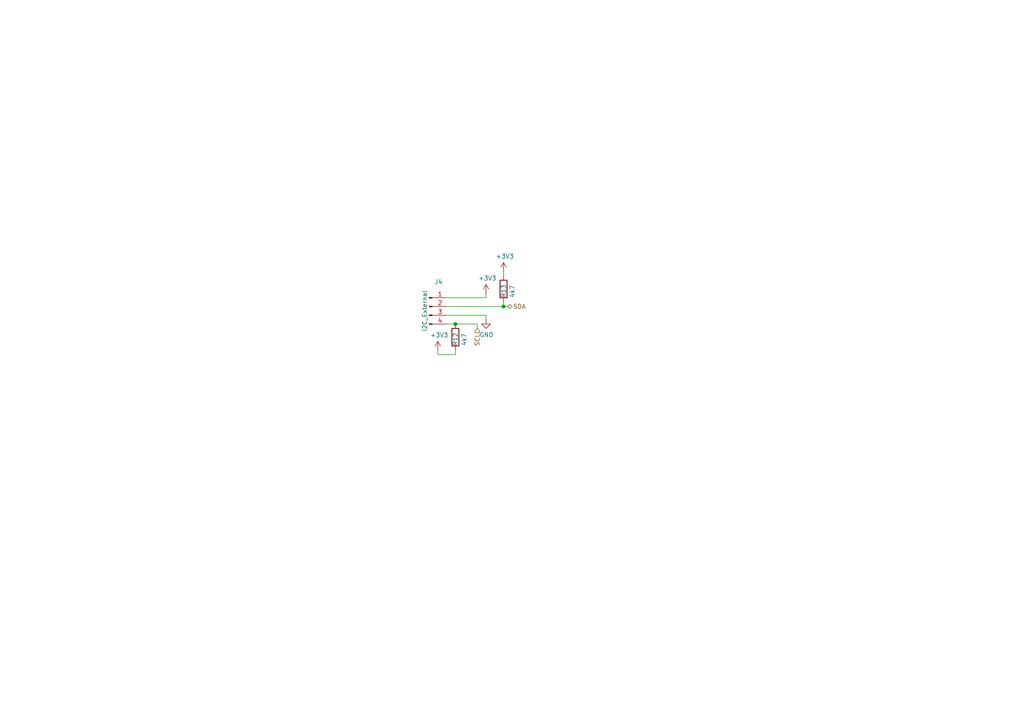
<source format=kicad_sch>
(kicad_sch (version 20211123) (generator eeschema)
  (paper "A4")
  (lib_symbols
    (symbol "Connector:Conn_01x04_Male" (pin_names (offset 1.016) hide)
      (property "Reference" "J" (at 0 5.08 0))
      (property "Value" "Conn_01x04_Male" (at 0 -7.62 0))
      (symbol "Conn_01x04_Male_1_1"
        (polyline (pts (xy 1.27 -5.08) (xy 0.8636 -5.08)) (stroke (width 0.1524)))
        (polyline (pts (xy 1.27 -2.54) (xy 0.8636 -2.54)) (stroke (width 0.1524)))
        (polyline (pts (xy 1.27 0) (xy 0.8636 0)) (stroke (width 0.1524)))
        (polyline (pts (xy 1.27 2.54) (xy 0.8636 2.54)) (stroke (width 0.1524)))
        (rectangle (start 0.8636 -4.953) (end 0 -5.207) (stroke (width 0.1524)) (fill (type outline)))
        (rectangle (start 0.8636 -2.413) (end 0 -2.667) (stroke (width 0.1524)) (fill (type outline)))
        (rectangle (start 0.8636 0.127) (end 0 -0.127) (stroke (width 0.1524)) (fill (type outline)))
        (rectangle (start 0.8636 2.667) (end 0 2.413) (stroke (width 0.1524)) (fill (type outline)))
        (pin passive line (at 5.08 2.54 180) (length 3.81) (name "Pin_1") (number "1"))
        (pin passive line (at 5.08 0 180) (length 3.81) (name "Pin_2") (number "2"))
        (pin passive line (at 5.08 -2.54 180) (length 3.81) (name "Pin_3") (number "3"))
        (pin passive line (at 5.08 -5.08 180) (length 3.81) (name "Pin_4") (number "4"))
      )
    )
    (symbol "Device:R" (pin_numbers hide) (pin_names (offset 0))
      (property "Reference" "R" (at 2.032 0 90))
      (property "Value" "R" (at 0 0 90))
      (symbol "R_0_1"
        (rectangle (start -1.016 -2.54) (end 1.016 2.54) (stroke (width 0.254)))
      )
      (symbol "R_1_1"
        (pin passive line (at 0 3.81 270) (length 1.27) (name "~") (number "1"))
        (pin passive line (at 0 -3.81 90) (length 1.27) (name "~") (number "2"))
      )
    )
    (symbol "power:+3.3V" (power) (pin_names (offset 0))
      (property "Value" "+3.3V" (at 0 3.556 0))
      (symbol "+3.3V_0_1"
        (polyline (pts (xy -0.762 1.27) (xy 0 2.54)))
        (polyline (pts (xy 0 0) (xy 0 2.54)))
        (polyline (pts (xy 0 2.54) (xy 0.762 1.27)))
      )
      (symbol "+3.3V_1_1"
        (pin power_in line (at 0 0 90) (length 0) hide (name "+3V3") (number "1"))
      )
    )
    (symbol "power:GND" (power) (pin_names (offset 0))
      (property "Value" "GND" (at 0 -3.81 0))
      (symbol "GND_0_1"
        (polyline (pts (xy 0 0) (xy 0 -1.27) (xy 1.27 -1.27) (xy 0 -2.54) (xy -1.27 -1.27) (xy 0 -1.27)))
      )
      (symbol "GND_1_1"
        (pin power_in line (at 0 0 270) (length 0) hide (name "GND") (number "1"))
      )
    )
  )
  (junction (at 132.08 93.98))
  (junction (at 146.05 88.9))
  (wire (pts (xy 132.08 102.87) (xy 127 102.87)))
  (wire (pts (xy 129.54 86.36) (xy 140.97 86.36)))
  (wire (pts (xy 132.08 93.98) (xy 138.43 93.98)))
  (wire (pts (xy 146.05 87.63) (xy 146.05 88.9)))
  (wire (pts (xy 127 102.87) (xy 127 101.6)))
  (wire (pts (xy 129.54 88.9) (xy 146.05 88.9)))
  (wire (pts (xy 129.54 91.44) (xy 140.97 91.44)))
  (wire (pts (xy 129.54 93.98) (xy 132.08 93.98)))
  (wire (pts (xy 146.05 80.01) (xy 146.05 78.74)))
  (wire (pts (xy 146.05 88.9) (xy 147.32 88.9)))
  (wire (pts (xy 138.43 93.98) (xy 138.43 95.25)))
  (wire (pts (xy 132.08 101.6) (xy 132.08 102.87)))
  (wire (pts (xy 140.97 86.36) (xy 140.97 85.09)))
  (wire (pts (xy 140.97 91.44) (xy 140.97 92.71)))
  (hierarchical_label "SDA" (shape bidirectional) (at 147.32 88.9 0))
  (hierarchical_label "SCL" (shape input) (at 138.43 95.25 270))
  (symbol (lib_id "Connector:Conn_01x04_Male") (at 124.46 88.9 0) (unit 1)
    (property "Reference" "J4" (at 127.2032 81.7626 0))
    (property "Value" "I2C_External" (at 123.19 90.17 90))
    (property "Footprint" "Connector_Molex:Molex_PicoBlade_53047-0410_1x04_P1.25mm_Vertical" (effects hide))
  )
  (symbol (lib_id "power:+3.3V") (at 140.97 85.09 0) (unit 1)
    (property "Reference" "#PWR0169" (effects hide))
    (property "Value" "+3.3V" (at 141.351 80.6958 0))
  )
  (symbol (lib_id "power:GND") (at 140.97 92.71 0) (unit 1)
    (property "Reference" "#PWR0170" (effects hide))
    (property "Value" "GND" (at 141.097 97.1042 0))
  )
  (symbol (lib_id "Device:R") (at 146.05 83.82 0) (unit 1)
    (property "Reference" "R13" (at 146.05 86.36 90) (effects (justify left)))
    (property "Value" "4k7" (at 148.59 86.36 90) (effects (justify left)))
    (property "Footprint" "Resistor_SMD:R_0603_1608Metric" (effects hide))
  )
  (symbol (lib_id "power:+3.3V") (at 146.05 78.74 0) (unit 1)
    (property "Reference" "#PWR0171" (effects hide))
    (property "Value" "+3.3V" (at 146.431 74.3458 0))
  )
  (symbol (lib_id "Device:R") (at 132.08 97.79 0) (unit 1)
    (property "Reference" "R12" (at 132.08 100.33 90) (effects (justify left)))
    (property "Value" "4k7" (at 134.62 100.33 90) (effects (justify left)))
    (property "Footprint" "Resistor_SMD:R_0603_1608Metric" (effects hide))
  )
  (symbol (lib_id "power:+3.3V") (at 127 101.6 0) (unit 1)
    (property "Reference" "#PWR0172" (effects hide))
    (property "Value" "+3.3V" (at 127.381 97.2058 0))
  )
)
</source>
